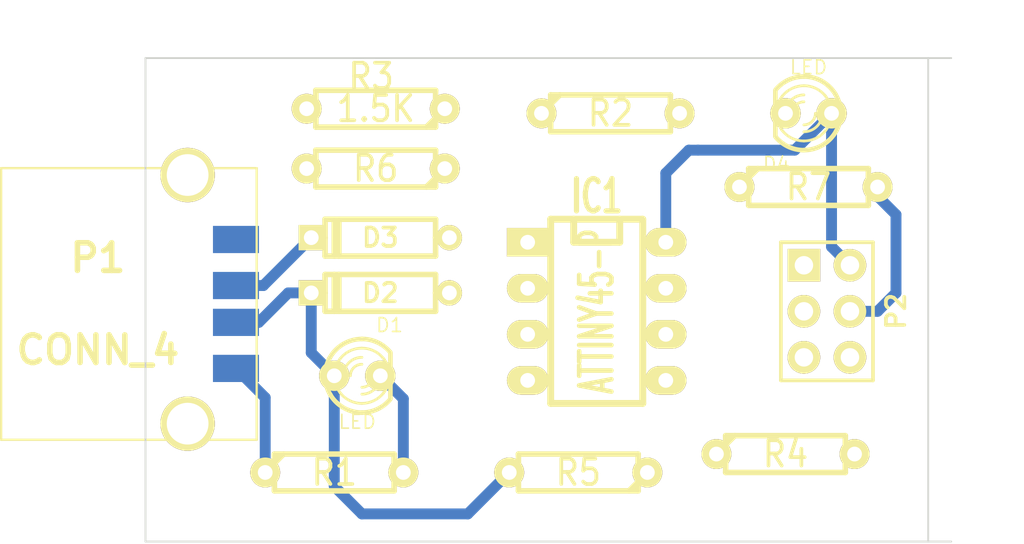
<source format=kicad_pcb>
(kicad_pcb (version 4) (host pcbnew "(2014-jul-16 BZR unknown)-product")

  (general
    (links 26)
    (no_connects 17)
    (area 113.639599 37.79 173.798572 67.360001)
    (thickness 1.6)
    (drawings 6)
    (tracks 27)
    (zones 0)
    (modules 14)
    (nets 15)
  )

  (page A4)
  (layers
    (0 F.Cu signal)
    (31 B.Cu signal)
    (32 B.Adhes user)
    (33 F.Adhes user)
    (34 B.Paste user)
    (35 F.Paste user)
    (36 B.SilkS user)
    (37 F.SilkS user)
    (38 B.Mask user)
    (39 F.Mask user)
    (40 Dwgs.User user)
    (41 Cmts.User user)
    (42 Eco1.User user)
    (43 Eco2.User user)
    (44 Edge.Cuts user)
    (45 Margin user)
    (46 B.CrtYd user)
    (47 F.CrtYd user)
    (48 B.Fab user)
    (49 F.Fab user)
  )

  (setup
    (last_trace_width 0.6)
    (trace_clearance 0.254)
    (zone_clearance 0.508)
    (zone_45_only no)
    (trace_min 0.254)
    (segment_width 0.2)
    (edge_width 0.1)
    (via_size 0.889)
    (via_drill 0.635)
    (via_min_size 0.889)
    (via_min_drill 0.508)
    (uvia_size 0.508)
    (uvia_drill 0.127)
    (uvias_allowed no)
    (uvia_min_size 0.508)
    (uvia_min_drill 0.127)
    (pcb_text_width 0.3)
    (pcb_text_size 1.5 1.5)
    (mod_edge_width 0.15)
    (mod_text_size 1 1)
    (mod_text_width 0.15)
    (pad_size 1.8 1.8)
    (pad_drill 1.016)
    (pad_to_mask_clearance 0)
    (aux_axis_origin 164.084 45.212)
    (visible_elements 7FFFFFFF)
    (pcbplotparams
      (layerselection 0x01030_80000001)
      (usegerberextensions false)
      (excludeedgelayer true)
      (linewidth 0.100000)
      (plotframeref false)
      (viasonmask false)
      (mode 1)
      (useauxorigin false)
      (hpglpennumber 1)
      (hpglpenspeed 20)
      (hpglpendiameter 15)
      (hpglpenoverlay 2)
      (psnegative false)
      (psa4output false)
      (plotreference true)
      (plotvalue true)
      (plotinvisibletext false)
      (padsonsilk false)
      (subtractmaskfromsilk false)
      (outputformat 1)
      (mirror false)
      (drillshape 0)
      (scaleselection 1)
      (outputdirectory Gerbers))
  )

  (net 0 "")
  (net 1 "Net-(D1-Pad2)")
  (net 2 GND)
  (net 3 +5V)
  (net 4 "Net-(D4-Pad2)")
  (net 5 /RST)
  (net 6 "Net-(IC1-Pad2)")
  (net 7 "Net-(IC1-Pad3)")
  (net 8 "Net-(IC1-Pad5)")
  (net 9 /MISO)
  (net 10 "Net-(IC1-Pad7)")
  (net 11 /SCK)
  (net 12 /MOSI)
  (net 13 "Net-(D1-Pad1)")
  (net 14 "Net-(D3-Pad2)")

  (net_class Default "This is the default net class."
    (clearance 0.254)
    (trace_width 0.6)
    (via_dia 0.889)
    (via_drill 0.635)
    (uvia_dia 0.508)
    (uvia_drill 0.127)
    (add_net +5V)
    (add_net /MISO)
    (add_net /MOSI)
    (add_net /RST)
    (add_net /SCK)
    (add_net GND)
    (add_net "Net-(D1-Pad1)")
    (add_net "Net-(D1-Pad2)")
    (add_net "Net-(D3-Pad2)")
    (add_net "Net-(D4-Pad2)")
    (add_net "Net-(IC1-Pad2)")
    (add_net "Net-(IC1-Pad3)")
    (add_net "Net-(IC1-Pad5)")
    (add_net "Net-(IC1-Pad7)")
  )

  (module LEDs:LED-3MM (layer F.Cu) (tedit 50ADE848) (tstamp 54518BFE)
    (at 133.604 58.166)
    (descr "LED 3mm - Lead pitch 100mil (2,54mm)")
    (tags "LED led 3mm 3MM 100mil 2,54mm")
    (path /5451426C)
    (fp_text reference D1 (at 1.778 -2.794) (layer F.SilkS)
      (effects (font (size 0.762 0.762) (thickness 0.0889)))
    )
    (fp_text value LED (at 0 2.54) (layer F.SilkS)
      (effects (font (size 0.762 0.762) (thickness 0.0889)))
    )
    (fp_line (start 1.8288 1.27) (end 1.8288 -1.27) (layer F.SilkS) (width 0.254))
    (fp_arc (start 0.254 0) (end -1.27 0) (angle 39.8) (layer F.SilkS) (width 0.1524))
    (fp_arc (start 0.254 0) (end -0.88392 1.01092) (angle 41.6) (layer F.SilkS) (width 0.1524))
    (fp_arc (start 0.254 0) (end 1.4097 -0.9906) (angle 40.6) (layer F.SilkS) (width 0.1524))
    (fp_arc (start 0.254 0) (end 1.778 0) (angle 39.8) (layer F.SilkS) (width 0.1524))
    (fp_arc (start 0.254 0) (end 0.254 -1.524) (angle 54.4) (layer F.SilkS) (width 0.1524))
    (fp_arc (start 0.254 0) (end -0.9652 -0.9144) (angle 53.1) (layer F.SilkS) (width 0.1524))
    (fp_arc (start 0.254 0) (end 1.45542 0.93472) (angle 52.1) (layer F.SilkS) (width 0.1524))
    (fp_arc (start 0.254 0) (end 0.254 1.524) (angle 52.1) (layer F.SilkS) (width 0.1524))
    (fp_arc (start 0.254 0) (end -0.381 0) (angle 90) (layer F.SilkS) (width 0.1524))
    (fp_arc (start 0.254 0) (end -0.762 0) (angle 90) (layer F.SilkS) (width 0.1524))
    (fp_arc (start 0.254 0) (end 0.889 0) (angle 90) (layer F.SilkS) (width 0.1524))
    (fp_arc (start 0.254 0) (end 1.27 0) (angle 90) (layer F.SilkS) (width 0.1524))
    (fp_arc (start 0.254 0) (end 0.254 -2.032) (angle 50.1) (layer F.SilkS) (width 0.254))
    (fp_arc (start 0.254 0) (end -1.5367 -0.95504) (angle 61.9) (layer F.SilkS) (width 0.254))
    (fp_arc (start 0.254 0) (end 1.8034 1.31064) (angle 49.7) (layer F.SilkS) (width 0.254))
    (fp_arc (start 0.254 0) (end 0.254 2.032) (angle 60.2) (layer F.SilkS) (width 0.254))
    (fp_arc (start 0.254 0) (end -1.778 0) (angle 28.3) (layer F.SilkS) (width 0.254))
    (fp_arc (start 0.254 0) (end -1.47574 1.06426) (angle 31.6) (layer F.SilkS) (width 0.254))
    (pad 1 thru_hole circle (at -1.27 0) (size 1.6764 1.6764) (drill 0.8128) (layers *.Cu *.Mask F.SilkS)
      (net 13 "Net-(D1-Pad1)"))
    (pad 2 thru_hole circle (at 1.27 0) (size 1.6764 1.6764) (drill 0.8128) (layers *.Cu *.Mask F.SilkS)
      (net 1 "Net-(D1-Pad2)"))
    (model discret/leds/led3_vertical_verde.wrl
      (at (xyz 0 0 0))
      (scale (xyz 1 1 1))
      (rotate (xyz 0 0 0))
    )
  )

  (module Discret:D3 (layer F.Cu) (tedit 200000) (tstamp 5451898D)
    (at 134.874 53.594 180)
    (descr "Diode 3 pas")
    (tags "DIODE DEV")
    (path /545131D9)
    (fp_text reference D2 (at 0 0 180) (layer F.SilkS)
      (effects (font (size 1.016 1.016) (thickness 0.2032)))
    )
    (fp_text value 3.6 (at 0 0 180) (layer F.SilkS) hide
      (effects (font (size 1.016 1.016) (thickness 0.2032)))
    )
    (fp_line (start 3.81 0) (end 3.048 0) (layer F.SilkS) (width 0.3048))
    (fp_line (start 3.048 0) (end 3.048 -1.016) (layer F.SilkS) (width 0.3048))
    (fp_line (start 3.048 -1.016) (end -3.048 -1.016) (layer F.SilkS) (width 0.3048))
    (fp_line (start -3.048 -1.016) (end -3.048 0) (layer F.SilkS) (width 0.3048))
    (fp_line (start -3.048 0) (end -3.81 0) (layer F.SilkS) (width 0.3048))
    (fp_line (start -3.048 0) (end -3.048 1.016) (layer F.SilkS) (width 0.3048))
    (fp_line (start -3.048 1.016) (end 3.048 1.016) (layer F.SilkS) (width 0.3048))
    (fp_line (start 3.048 1.016) (end 3.048 0) (layer F.SilkS) (width 0.3048))
    (fp_line (start 2.54 -1.016) (end 2.54 1.016) (layer F.SilkS) (width 0.3048))
    (fp_line (start 2.286 1.016) (end 2.286 -1.016) (layer F.SilkS) (width 0.3048))
    (pad 2 thru_hole rect (at 3.81 0 180) (size 1.397 1.397) (drill 0.8128) (layers *.Cu *.Mask F.SilkS)
      (net 13 "Net-(D1-Pad1)"))
    (pad 1 thru_hole circle (at -3.81 0 180) (size 1.397 1.397) (drill 0.8128) (layers *.Cu *.Mask F.SilkS)
      (net 2 GND))
    (model discret/diode.wrl
      (at (xyz 0 0 0))
      (scale (xyz 0.3 0.3 0.3))
      (rotate (xyz 0 0 0))
    )
  )

  (module Discret:D3 (layer F.Cu) (tedit 200000) (tstamp 54518993)
    (at 134.874 50.546 180)
    (descr "Diode 3 pas")
    (tags "DIODE DEV")
    (path /54513262)
    (fp_text reference D3 (at 0 0 180) (layer F.SilkS)
      (effects (font (size 1.016 1.016) (thickness 0.2032)))
    )
    (fp_text value 3.6 (at 0 0 180) (layer F.SilkS) hide
      (effects (font (size 1.016 1.016) (thickness 0.2032)))
    )
    (fp_line (start 3.81 0) (end 3.048 0) (layer F.SilkS) (width 0.3048))
    (fp_line (start 3.048 0) (end 3.048 -1.016) (layer F.SilkS) (width 0.3048))
    (fp_line (start 3.048 -1.016) (end -3.048 -1.016) (layer F.SilkS) (width 0.3048))
    (fp_line (start -3.048 -1.016) (end -3.048 0) (layer F.SilkS) (width 0.3048))
    (fp_line (start -3.048 0) (end -3.81 0) (layer F.SilkS) (width 0.3048))
    (fp_line (start -3.048 0) (end -3.048 1.016) (layer F.SilkS) (width 0.3048))
    (fp_line (start -3.048 1.016) (end 3.048 1.016) (layer F.SilkS) (width 0.3048))
    (fp_line (start 3.048 1.016) (end 3.048 0) (layer F.SilkS) (width 0.3048))
    (fp_line (start 2.54 -1.016) (end 2.54 1.016) (layer F.SilkS) (width 0.3048))
    (fp_line (start 2.286 1.016) (end 2.286 -1.016) (layer F.SilkS) (width 0.3048))
    (pad 2 thru_hole rect (at 3.81 0 180) (size 1.397 1.397) (drill 0.8128) (layers *.Cu *.Mask F.SilkS)
      (net 14 "Net-(D3-Pad2)"))
    (pad 1 thru_hole circle (at -3.81 0 180) (size 1.397 1.397) (drill 0.8128) (layers *.Cu *.Mask F.SilkS)
      (net 2 GND))
    (model discret/diode.wrl
      (at (xyz 0 0 0))
      (scale (xyz 0.3 0.3 0.3))
      (rotate (xyz 0 0 0))
    )
  )

  (module LEDs:LED-3MM (layer F.Cu) (tedit 50ADE848) (tstamp 54518999)
    (at 158.496 43.688 180)
    (descr "LED 3mm - Lead pitch 100mil (2,54mm)")
    (tags "LED led 3mm 3MM 100mil 2,54mm")
    (path /545141E1)
    (fp_text reference D4 (at 1.778 -2.794 180) (layer F.SilkS)
      (effects (font (size 0.762 0.762) (thickness 0.0889)))
    )
    (fp_text value LED (at 0 2.54 180) (layer F.SilkS)
      (effects (font (size 0.762 0.762) (thickness 0.0889)))
    )
    (fp_line (start 1.8288 1.27) (end 1.8288 -1.27) (layer F.SilkS) (width 0.254))
    (fp_arc (start 0.254 0) (end -1.27 0) (angle 39.8) (layer F.SilkS) (width 0.1524))
    (fp_arc (start 0.254 0) (end -0.88392 1.01092) (angle 41.6) (layer F.SilkS) (width 0.1524))
    (fp_arc (start 0.254 0) (end 1.4097 -0.9906) (angle 40.6) (layer F.SilkS) (width 0.1524))
    (fp_arc (start 0.254 0) (end 1.778 0) (angle 39.8) (layer F.SilkS) (width 0.1524))
    (fp_arc (start 0.254 0) (end 0.254 -1.524) (angle 54.4) (layer F.SilkS) (width 0.1524))
    (fp_arc (start 0.254 0) (end -0.9652 -0.9144) (angle 53.1) (layer F.SilkS) (width 0.1524))
    (fp_arc (start 0.254 0) (end 1.45542 0.93472) (angle 52.1) (layer F.SilkS) (width 0.1524))
    (fp_arc (start 0.254 0) (end 0.254 1.524) (angle 52.1) (layer F.SilkS) (width 0.1524))
    (fp_arc (start 0.254 0) (end -0.381 0) (angle 90) (layer F.SilkS) (width 0.1524))
    (fp_arc (start 0.254 0) (end -0.762 0) (angle 90) (layer F.SilkS) (width 0.1524))
    (fp_arc (start 0.254 0) (end 0.889 0) (angle 90) (layer F.SilkS) (width 0.1524))
    (fp_arc (start 0.254 0) (end 1.27 0) (angle 90) (layer F.SilkS) (width 0.1524))
    (fp_arc (start 0.254 0) (end 0.254 -2.032) (angle 50.1) (layer F.SilkS) (width 0.254))
    (fp_arc (start 0.254 0) (end -1.5367 -0.95504) (angle 61.9) (layer F.SilkS) (width 0.254))
    (fp_arc (start 0.254 0) (end 1.8034 1.31064) (angle 49.7) (layer F.SilkS) (width 0.254))
    (fp_arc (start 0.254 0) (end 0.254 2.032) (angle 60.2) (layer F.SilkS) (width 0.254))
    (fp_arc (start 0.254 0) (end -1.778 0) (angle 28.3) (layer F.SilkS) (width 0.254))
    (fp_arc (start 0.254 0) (end -1.47574 1.06426) (angle 31.6) (layer F.SilkS) (width 0.254))
    (pad 1 thru_hole circle (at -1.27 0 180) (size 1.6764 1.6764) (drill 0.8128) (layers *.Cu *.Mask F.SilkS)
      (net 3 +5V))
    (pad 2 thru_hole circle (at 1.27 0 180) (size 1.6764 1.6764) (drill 0.8128) (layers *.Cu *.Mask F.SilkS)
      (net 4 "Net-(D4-Pad2)"))
    (model discret/leds/led3_vertical_verde.wrl
      (at (xyz 0 0 0))
      (scale (xyz 1 1 1))
      (rotate (xyz 0 0 0))
    )
  )

  (module Sockets_DIP:DIP-8__300_ELL (layer F.Cu) (tedit 200000) (tstamp 54518B73)
    (at 146.812 54.61 270)
    (descr "8 pins DIL package, elliptical pads")
    (tags DIL)
    (path /54513787)
    (fp_text reference IC1 (at -6.35 0 360) (layer F.SilkS)
      (effects (font (size 1.778 1.143) (thickness 0.3048)))
    )
    (fp_text value ATTINY45-P (at 0 0 270) (layer F.SilkS)
      (effects (font (size 1.778 1.016) (thickness 0.3048)))
    )
    (fp_line (start -5.08 -1.27) (end -3.81 -1.27) (layer F.SilkS) (width 0.381))
    (fp_line (start -3.81 -1.27) (end -3.81 1.27) (layer F.SilkS) (width 0.381))
    (fp_line (start -3.81 1.27) (end -5.08 1.27) (layer F.SilkS) (width 0.381))
    (fp_line (start -5.08 -2.54) (end 5.08 -2.54) (layer F.SilkS) (width 0.381))
    (fp_line (start 5.08 -2.54) (end 5.08 2.54) (layer F.SilkS) (width 0.381))
    (fp_line (start 5.08 2.54) (end -5.08 2.54) (layer F.SilkS) (width 0.381))
    (fp_line (start -5.08 2.54) (end -5.08 -2.54) (layer F.SilkS) (width 0.381))
    (pad 1 thru_hole rect (at -3.81 3.81 270) (size 1.5748 2.286) (drill 0.8128) (layers *.Cu *.Mask F.SilkS)
      (net 5 /RST))
    (pad 2 thru_hole oval (at -1.27 3.81 270) (size 1.5748 2.286) (drill 0.8128) (layers *.Cu *.Mask F.SilkS)
      (net 6 "Net-(IC1-Pad2)"))
    (pad 3 thru_hole oval (at 1.27 3.81 270) (size 1.5748 2.286) (drill 0.8128) (layers *.Cu *.Mask F.SilkS)
      (net 7 "Net-(IC1-Pad3)"))
    (pad 4 thru_hole oval (at 3.81 3.81 270) (size 1.5748 2.286) (drill 0.8128) (layers *.Cu *.Mask F.SilkS)
      (net 2 GND))
    (pad 5 thru_hole oval (at 3.81 -3.81 270) (size 1.5748 2.286) (drill 0.8128) (layers *.Cu *.Mask F.SilkS)
      (net 8 "Net-(IC1-Pad5)"))
    (pad 6 thru_hole oval (at 1.27 -3.81 270) (size 1.5748 2.286) (drill 0.8128) (layers *.Cu *.Mask F.SilkS)
      (net 9 /MISO))
    (pad 7 thru_hole oval (at -1.27 -3.81 270) (size 1.5748 2.286) (drill 0.8128) (layers *.Cu *.Mask F.SilkS)
      (net 10 "Net-(IC1-Pad7)"))
    (pad 8 thru_hole oval (at -3.81 -3.81 270) (size 1.5748 2.286) (drill 0.8128) (layers *.Cu *.Mask F.SilkS)
      (net 3 +5V))
    (model dil/dil_8.wrl
      (at (xyz 0 0 0))
      (scale (xyz 1 1 1))
      (rotate (xyz 0 0 0))
    )
  )

  (module Connect:USB_A (layer F.Cu) (tedit 5451926C) (tstamp 54518B1D)
    (at 126.9111 54.2036 180)
    (path /5451310A)
    (fp_text reference P1 (at 7.62 2.54 180) (layer F.SilkS)
      (effects (font (thickness 0.3048)))
    )
    (fp_text value CONN_4 (at 7.62 -2.54 180) (layer F.SilkS)
      (effects (font (thickness 0.3048)))
    )
    (fp_line (start -1.143 -7.493) (end 12.954 -7.493) (layer F.SilkS) (width 0.127))
    (fp_line (start 12.954 7.493) (end -1.143 7.493) (layer F.SilkS) (width 0.127))
    (fp_line (start -1.143 -7.493) (end -1.143 7.493) (layer F.SilkS) (width 0.127))
    (fp_line (start 12.954 -7.493) (end 12.954 7.493) (layer F.SilkS) (width 0.127))
    (pad 4 smd rect (at 0 -3.556 180) (size 2.54 1.50114) (layers B.Cu F.Paste F.Mask)
      (net 2 GND))
    (pad 3 smd rect (at 0 -1.016 180) (size 2.54 1.50114) (layers B.Cu F.Paste F.Mask)
      (net 13 "Net-(D1-Pad1)"))
    (pad 2 smd rect (at 0 1.016 180) (size 2.54 1.50114) (layers B.Cu F.Paste F.Mask)
      (net 14 "Net-(D3-Pad2)"))
    (pad 1 smd rect (at 0 3.556 180) (size 2.54 1.50114) (layers B.Cu F.Paste F.Mask)
      (net 3 +5V))
    (pad 5 thru_hole circle (at 2.667 -6.604 180) (size 2.99974 2.99974) (drill 2.30124) (layers *.Cu *.Mask F.SilkS))
    (pad 6 thru_hole circle (at 2.667 7.112 180) (size 2.99974 2.99974) (drill 2.30124) (layers *.Cu *.Mask F.SilkS))
    (model Connectors/usb_a_through_hole.wrl
      (at (xyz 0 0 0))
      (scale (xyz 1 1 1))
      (rotate (xyz 0 0 0))
    )
  )

  (module Pin_Arrays:pin_array_3x2 (layer F.Cu) (tedit 54519344) (tstamp 545189B9)
    (at 159.512 54.61 270)
    (descr "Double rangee de contacts 2 x 4 pins")
    (tags CONN)
    (path /545146F0)
    (fp_text reference P2 (at 0 -3.81 270) (layer F.SilkS)
      (effects (font (size 1.016 1.016) (thickness 0.2032)))
    )
    (fp_text value CONN_3X2 (at 0 3.81 270) (layer F.SilkS) hide
      (effects (font (size 1.016 1.016) (thickness 0.2032)))
    )
    (fp_line (start 3.81 2.54) (end -3.81 2.54) (layer F.SilkS) (width 0.2032))
    (fp_line (start -3.81 -2.54) (end 3.81 -2.54) (layer F.SilkS) (width 0.2032))
    (fp_line (start 3.81 -2.54) (end 3.81 2.54) (layer F.SilkS) (width 0.2032))
    (fp_line (start -3.81 2.54) (end -3.81 -2.54) (layer F.SilkS) (width 0.2032))
    (pad 1 thru_hole rect (at -2.54 1.27 270) (size 1.8 1.8) (drill 1.016) (layers *.Cu *.Mask F.SilkS)
      (net 9 /MISO))
    (pad 2 thru_hole circle (at -2.54 -1.27 270) (size 1.8 1.8) (drill 1.016) (layers *.Cu *.Mask F.SilkS)
      (net 3 +5V))
    (pad 3 thru_hole circle (at 0 1.27 270) (size 1.8 1.8) (drill 1.016) (layers *.Cu *.Mask F.SilkS)
      (net 11 /SCK))
    (pad 4 thru_hole circle (at 0 -1.27 270) (size 1.8 1.8) (drill 1.016) (layers *.Cu *.Mask F.SilkS)
      (net 12 /MOSI))
    (pad e thru_hole circle (at 2.54 1.27 270) (size 1.8 1.8) (drill 1.016) (layers *.Cu *.Mask F.SilkS)
      (net 5 /RST))
    (pad 6 thru_hole circle (at 2.54 -1.27 270) (size 1.8 1.8) (drill 1.016) (layers *.Cu *.Mask F.SilkS)
      (net 2 GND))
    (model pin_array/pins_array_3x2.wrl
      (at (xyz 0 0 0))
      (scale (xyz 1 1 1))
      (rotate (xyz 0 0 0))
    )
  )

  (module Discret:R3-LARGE_PADS (layer F.Cu) (tedit 47E26765) (tstamp 545189BF)
    (at 132.334 63.5)
    (descr "Resitance 3 pas")
    (tags R)
    (path /54514157)
    (autoplace_cost180 10)
    (fp_text reference R1 (at 0 0) (layer F.SilkS)
      (effects (font (size 1.397 1.27) (thickness 0.2032)))
    )
    (fp_text value 330 (at 0 0) (layer F.SilkS) hide
      (effects (font (size 1.397 1.27) (thickness 0.2032)))
    )
    (fp_line (start -3.81 0) (end -3.302 0) (layer F.SilkS) (width 0.3048))
    (fp_line (start 3.81 0) (end 3.302 0) (layer F.SilkS) (width 0.3048))
    (fp_line (start 3.302 0) (end 3.302 -1.016) (layer F.SilkS) (width 0.3048))
    (fp_line (start 3.302 -1.016) (end -3.302 -1.016) (layer F.SilkS) (width 0.3048))
    (fp_line (start -3.302 -1.016) (end -3.302 1.016) (layer F.SilkS) (width 0.3048))
    (fp_line (start -3.302 1.016) (end 3.302 1.016) (layer F.SilkS) (width 0.3048))
    (fp_line (start 3.302 1.016) (end 3.302 0) (layer F.SilkS) (width 0.3048))
    (fp_line (start -3.302 -0.508) (end -2.794 -1.016) (layer F.SilkS) (width 0.3048))
    (pad 1 thru_hole circle (at -3.81 0) (size 1.651 1.651) (drill 0.8128) (layers *.Cu *.Mask F.SilkS)
      (net 2 GND))
    (pad 2 thru_hole circle (at 3.81 0) (size 1.651 1.651) (drill 0.8128) (layers *.Cu *.Mask F.SilkS)
      (net 1 "Net-(D1-Pad2)"))
    (model discret/resistor.wrl
      (at (xyz 0 0 0))
      (scale (xyz 0.3 0.3 0.3))
      (rotate (xyz 0 0 0))
    )
  )

  (module Discret:R3-LARGE_PADS (layer F.Cu) (tedit 47E26765) (tstamp 545189C5)
    (at 147.574 43.688)
    (descr "Resitance 3 pas")
    (tags R)
    (path /54514118)
    (autoplace_cost180 10)
    (fp_text reference R2 (at 0 0) (layer F.SilkS)
      (effects (font (size 1.397 1.27) (thickness 0.2032)))
    )
    (fp_text value 220 (at 0 0) (layer F.SilkS) hide
      (effects (font (size 1.397 1.27) (thickness 0.2032)))
    )
    (fp_line (start -3.81 0) (end -3.302 0) (layer F.SilkS) (width 0.3048))
    (fp_line (start 3.81 0) (end 3.302 0) (layer F.SilkS) (width 0.3048))
    (fp_line (start 3.302 0) (end 3.302 -1.016) (layer F.SilkS) (width 0.3048))
    (fp_line (start 3.302 -1.016) (end -3.302 -1.016) (layer F.SilkS) (width 0.3048))
    (fp_line (start -3.302 -1.016) (end -3.302 1.016) (layer F.SilkS) (width 0.3048))
    (fp_line (start -3.302 1.016) (end 3.302 1.016) (layer F.SilkS) (width 0.3048))
    (fp_line (start 3.302 1.016) (end 3.302 0) (layer F.SilkS) (width 0.3048))
    (fp_line (start -3.302 -0.508) (end -2.794 -1.016) (layer F.SilkS) (width 0.3048))
    (pad 1 thru_hole circle (at -3.81 0) (size 1.651 1.651) (drill 0.8128) (layers *.Cu *.Mask F.SilkS)
      (net 2 GND))
    (pad 2 thru_hole circle (at 3.81 0) (size 1.651 1.651) (drill 0.8128) (layers *.Cu *.Mask F.SilkS)
      (net 4 "Net-(D4-Pad2)"))
    (model discret/resistor.wrl
      (at (xyz 0 0 0))
      (scale (xyz 0.3 0.3 0.3))
      (rotate (xyz 0 0 0))
    )
  )

  (module Discret:R3-LARGE_PADS (layer F.Cu) (tedit 5453FDF2) (tstamp 5453FC02)
    (at 134.62 43.434 180)
    (descr "Resitance 3 pas")
    (tags R)
    (path /54514049)
    (autoplace_cost180 10)
    (fp_text reference R3 (at 0.254 1.778 180) (layer F.SilkS)
      (effects (font (size 1.397 1.27) (thickness 0.2032)))
    )
    (fp_text value 1.5K (at 0 0 180) (layer F.SilkS)
      (effects (font (size 1.397 1.27) (thickness 0.2032)))
    )
    (fp_line (start -3.81 0) (end -3.302 0) (layer F.SilkS) (width 0.3048))
    (fp_line (start 3.81 0) (end 3.302 0) (layer F.SilkS) (width 0.3048))
    (fp_line (start 3.302 0) (end 3.302 -1.016) (layer F.SilkS) (width 0.3048))
    (fp_line (start 3.302 -1.016) (end -3.302 -1.016) (layer F.SilkS) (width 0.3048))
    (fp_line (start -3.302 -1.016) (end -3.302 1.016) (layer F.SilkS) (width 0.3048))
    (fp_line (start -3.302 1.016) (end 3.302 1.016) (layer F.SilkS) (width 0.3048))
    (fp_line (start 3.302 1.016) (end 3.302 0) (layer F.SilkS) (width 0.3048))
    (fp_line (start -3.302 -0.508) (end -2.794 -1.016) (layer F.SilkS) (width 0.3048))
    (pad 1 thru_hole circle (at -3.81 0 180) (size 1.651 1.651) (drill 0.8128) (layers *.Cu *.Mask F.SilkS)
      (net 3 +5V))
    (pad 2 thru_hole circle (at 3.81 0 180) (size 1.651 1.651) (drill 0.8128) (layers *.Cu *.Mask F.SilkS)
      (net 14 "Net-(D3-Pad2)"))
    (model discret/resistor.wrl
      (at (xyz 0 0 0))
      (scale (xyz 0.3 0.3 0.3))
      (rotate (xyz 0 0 0))
    )
  )

  (module Discret:R3-LARGE_PADS (layer F.Cu) (tedit 47E26765) (tstamp 545189D1)
    (at 157.226 62.484)
    (descr "Resitance 3 pas")
    (tags R)
    (path /54513858)
    (autoplace_cost180 10)
    (fp_text reference R4 (at 0 0) (layer F.SilkS)
      (effects (font (size 1.397 1.27) (thickness 0.2032)))
    )
    (fp_text value 1.5K (at 0 0) (layer F.SilkS) hide
      (effects (font (size 1.397 1.27) (thickness 0.2032)))
    )
    (fp_line (start -3.81 0) (end -3.302 0) (layer F.SilkS) (width 0.3048))
    (fp_line (start 3.81 0) (end 3.302 0) (layer F.SilkS) (width 0.3048))
    (fp_line (start 3.302 0) (end 3.302 -1.016) (layer F.SilkS) (width 0.3048))
    (fp_line (start 3.302 -1.016) (end -3.302 -1.016) (layer F.SilkS) (width 0.3048))
    (fp_line (start -3.302 -1.016) (end -3.302 1.016) (layer F.SilkS) (width 0.3048))
    (fp_line (start -3.302 1.016) (end 3.302 1.016) (layer F.SilkS) (width 0.3048))
    (fp_line (start 3.302 1.016) (end 3.302 0) (layer F.SilkS) (width 0.3048))
    (fp_line (start -3.302 -0.508) (end -2.794 -1.016) (layer F.SilkS) (width 0.3048))
    (pad 1 thru_hole circle (at -3.81 0) (size 1.651 1.651) (drill 0.8128) (layers *.Cu *.Mask F.SilkS)
      (net 10 "Net-(IC1-Pad7)"))
    (pad 2 thru_hole circle (at 3.81 0) (size 1.651 1.651) (drill 0.8128) (layers *.Cu *.Mask F.SilkS)
      (net 11 /SCK))
    (model discret/resistor.wrl
      (at (xyz 0 0 0))
      (scale (xyz 0.3 0.3 0.3))
      (rotate (xyz 0 0 0))
    )
  )

  (module Discret:R3-LARGE_PADS (layer F.Cu) (tedit 47E26765) (tstamp 545189D7)
    (at 145.796 63.5 180)
    (descr "Resitance 3 pas")
    (tags R)
    (path /545132D9)
    (autoplace_cost180 10)
    (fp_text reference R5 (at 0 0 180) (layer F.SilkS)
      (effects (font (size 1.397 1.27) (thickness 0.2032)))
    )
    (fp_text value 27 (at 0 0 180) (layer F.SilkS) hide
      (effects (font (size 1.397 1.27) (thickness 0.2032)))
    )
    (fp_line (start -3.81 0) (end -3.302 0) (layer F.SilkS) (width 0.3048))
    (fp_line (start 3.81 0) (end 3.302 0) (layer F.SilkS) (width 0.3048))
    (fp_line (start 3.302 0) (end 3.302 -1.016) (layer F.SilkS) (width 0.3048))
    (fp_line (start 3.302 -1.016) (end -3.302 -1.016) (layer F.SilkS) (width 0.3048))
    (fp_line (start -3.302 -1.016) (end -3.302 1.016) (layer F.SilkS) (width 0.3048))
    (fp_line (start -3.302 1.016) (end 3.302 1.016) (layer F.SilkS) (width 0.3048))
    (fp_line (start 3.302 1.016) (end 3.302 0) (layer F.SilkS) (width 0.3048))
    (fp_line (start -3.302 -0.508) (end -2.794 -1.016) (layer F.SilkS) (width 0.3048))
    (pad 1 thru_hole circle (at -3.81 0 180) (size 1.651 1.651) (drill 0.8128) (layers *.Cu *.Mask F.SilkS)
      (net 6 "Net-(IC1-Pad2)"))
    (pad 2 thru_hole circle (at 3.81 0 180) (size 1.651 1.651) (drill 0.8128) (layers *.Cu *.Mask F.SilkS)
      (net 13 "Net-(D1-Pad1)"))
    (model discret/resistor.wrl
      (at (xyz 0 0 0))
      (scale (xyz 0.3 0.3 0.3))
      (rotate (xyz 0 0 0))
    )
  )

  (module Discret:R3-LARGE_PADS (layer F.Cu) (tedit 47E26765) (tstamp 54518E27)
    (at 134.62 46.736 180)
    (descr "Resitance 3 pas")
    (tags R)
    (path /54513388)
    (autoplace_cost180 10)
    (fp_text reference R6 (at 0 0 180) (layer F.SilkS)
      (effects (font (size 1.397 1.27) (thickness 0.2032)))
    )
    (fp_text value 27 (at 0 0 180) (layer F.SilkS) hide
      (effects (font (size 1.397 1.27) (thickness 0.2032)))
    )
    (fp_line (start -3.81 0) (end -3.302 0) (layer F.SilkS) (width 0.3048))
    (fp_line (start 3.81 0) (end 3.302 0) (layer F.SilkS) (width 0.3048))
    (fp_line (start 3.302 0) (end 3.302 -1.016) (layer F.SilkS) (width 0.3048))
    (fp_line (start 3.302 -1.016) (end -3.302 -1.016) (layer F.SilkS) (width 0.3048))
    (fp_line (start -3.302 -1.016) (end -3.302 1.016) (layer F.SilkS) (width 0.3048))
    (fp_line (start -3.302 1.016) (end 3.302 1.016) (layer F.SilkS) (width 0.3048))
    (fp_line (start 3.302 1.016) (end 3.302 0) (layer F.SilkS) (width 0.3048))
    (fp_line (start -3.302 -0.508) (end -2.794 -1.016) (layer F.SilkS) (width 0.3048))
    (pad 1 thru_hole circle (at -3.81 0 180) (size 1.651 1.651) (drill 0.8128) (layers *.Cu *.Mask F.SilkS)
      (net 7 "Net-(IC1-Pad3)"))
    (pad 2 thru_hole circle (at 3.81 0 180) (size 1.651 1.651) (drill 0.8128) (layers *.Cu *.Mask F.SilkS)
      (net 14 "Net-(D3-Pad2)"))
    (model discret/resistor.wrl
      (at (xyz 0 0 0))
      (scale (xyz 0.3 0.3 0.3))
      (rotate (xyz 0 0 0))
    )
  )

  (module Discret:R3-LARGE_PADS (layer F.Cu) (tedit 47E26765) (tstamp 545189E3)
    (at 158.496 47.752)
    (descr "Resitance 3 pas")
    (tags R)
    (path /545138B3)
    (autoplace_cost180 10)
    (fp_text reference R7 (at 0 0) (layer F.SilkS)
      (effects (font (size 1.397 1.27) (thickness 0.2032)))
    )
    (fp_text value 1.5K (at 0 0) (layer F.SilkS) hide
      (effects (font (size 1.397 1.27) (thickness 0.2032)))
    )
    (fp_line (start -3.81 0) (end -3.302 0) (layer F.SilkS) (width 0.3048))
    (fp_line (start 3.81 0) (end 3.302 0) (layer F.SilkS) (width 0.3048))
    (fp_line (start 3.302 0) (end 3.302 -1.016) (layer F.SilkS) (width 0.3048))
    (fp_line (start 3.302 -1.016) (end -3.302 -1.016) (layer F.SilkS) (width 0.3048))
    (fp_line (start -3.302 -1.016) (end -3.302 1.016) (layer F.SilkS) (width 0.3048))
    (fp_line (start -3.302 1.016) (end 3.302 1.016) (layer F.SilkS) (width 0.3048))
    (fp_line (start 3.302 1.016) (end 3.302 0) (layer F.SilkS) (width 0.3048))
    (fp_line (start -3.302 -0.508) (end -2.794 -1.016) (layer F.SilkS) (width 0.3048))
    (pad 1 thru_hole circle (at -3.81 0) (size 1.651 1.651) (drill 0.8128) (layers *.Cu *.Mask F.SilkS)
      (net 8 "Net-(IC1-Pad5)"))
    (pad 2 thru_hole circle (at 3.81 0) (size 1.651 1.651) (drill 0.8128) (layers *.Cu *.Mask F.SilkS)
      (net 12 /MOSI))
    (model discret/resistor.wrl
      (at (xyz 0 0 0))
      (scale (xyz 0.3 0.3 0.3))
      (rotate (xyz 0 0 0))
    )
  )

  (gr_line (start 121.92 67.31) (end 121.92 40.64) (angle 90) (layer Edge.Cuts) (width 0.1))
  (gr_line (start 166.37 67.31) (end 121.92 67.31) (angle 90) (layer Edge.Cuts) (width 0.1))
  (gr_line (start 165.1 40.64) (end 165.1 67.31) (angle 90) (layer Edge.Cuts) (width 0.1))
  (gr_line (start 121.92 40.64) (end 166.37 40.64) (angle 90) (layer Edge.Cuts) (width 0.1))
  (dimension 26.67 (width 0.3) (layer Eco2.User)
    (gr_text 26,670mm (at 167.72 53.975 270) (layer Eco2.User)
      (effects (font (size 1.5 1.5) (thickness 0.3)))
    )
    (feature1 (pts (xy 163.83 67.31) (xy 169.07 67.31)))
    (feature2 (pts (xy 163.83 40.64) (xy 169.07 40.64)))
    (crossbar (pts (xy 166.37 40.64) (xy 166.37 67.31)))
    (arrow1a (pts (xy 166.37 67.31) (xy 165.783579 66.183496)))
    (arrow1b (pts (xy 166.37 67.31) (xy 166.956421 66.183496)))
    (arrow2a (pts (xy 166.37 40.64) (xy 165.783579 41.766504)))
    (arrow2b (pts (xy 166.37 40.64) (xy 166.956421 41.766504)))
  )
  (dimension 43.18 (width 0.3) (layer Eco2.User)
    (gr_text 43,180mm (at 143.51 39.29) (layer Eco2.User)
      (effects (font (size 1.5 1.5) (thickness 0.3)))
    )
    (feature1 (pts (xy 165.1 46.99) (xy 165.1 37.94)))
    (feature2 (pts (xy 121.92 46.99) (xy 121.92 37.94)))
    (crossbar (pts (xy 121.92 40.64) (xy 165.1 40.64)))
    (arrow1a (pts (xy 165.1 40.64) (xy 163.973496 41.226421)))
    (arrow1b (pts (xy 165.1 40.64) (xy 163.973496 40.053579)))
    (arrow2a (pts (xy 121.92 40.64) (xy 123.046504 41.226421)))
    (arrow2b (pts (xy 121.92 40.64) (xy 123.046504 40.053579)))
  )

  (segment (start 136.144 59.436) (end 134.874 58.166) (width 0.6) (layer B.Cu) (net 1) (tstamp 545195EE))
  (segment (start 136.144 63.5) (end 136.144 59.436) (width 0.6) (layer B.Cu) (net 1))
  (segment (start 128.524 59.3725) (end 126.9111 57.7596) (width 0.6) (layer B.Cu) (net 2) (tstamp 545195F3))
  (segment (start 128.524 63.5) (end 128.524 59.3725) (width 0.6) (layer B.Cu) (net 2))
  (segment (start 159.766 43.688) (end 157.734 45.72) (width 0.6) (layer B.Cu) (net 3))
  (segment (start 157.734 45.72) (end 152.4 45.72) (width 0.6) (layer B.Cu) (net 3) (tstamp 545196BE))
  (segment (start 152.4 45.72) (end 151.892 45.72) (width 0.6) (layer B.Cu) (net 3) (tstamp 545196D3))
  (segment (start 151.892 45.72) (end 150.622 46.99) (width 0.6) (layer B.Cu) (net 3) (tstamp 545196DD))
  (segment (start 150.622 46.99) (end 150.622 50.8) (width 0.6) (layer B.Cu) (net 3) (tstamp 545196E0))
  (segment (start 160.782 52.07) (end 159.766 51.054) (width 0.6) (layer B.Cu) (net 3))
  (segment (start 159.766 51.054) (end 159.766 43.688) (width 0.6) (layer B.Cu) (net 3) (tstamp 545196A7))
  (segment (start 162.306 47.752) (end 162.306 48.26) (width 0.6) (layer B.Cu) (net 12))
  (segment (start 162.306 48.26) (end 163.322 49.276) (width 0.6) (layer B.Cu) (net 12) (tstamp 5451968D))
  (segment (start 163.322 49.276) (end 163.322 53.594) (width 0.6) (layer B.Cu) (net 12) (tstamp 54519694))
  (segment (start 163.322 53.594) (end 162.306 54.61) (width 0.6) (layer B.Cu) (net 12) (tstamp 5451969D))
  (segment (start 162.306 54.61) (end 160.782 54.61) (width 0.6) (layer B.Cu) (net 12) (tstamp 545196A0))
  (segment (start 129.794 53.594) (end 131.064 53.594) (width 0.6) (layer B.Cu) (net 13) (tstamp 5451940A))
  (segment (start 128.1684 55.2196) (end 129.794 53.594) (width 0.6) (layer B.Cu) (net 13) (tstamp 545193FF))
  (segment (start 126.9111 55.2196) (end 128.1684 55.2196) (width 0.6) (layer B.Cu) (net 13))
  (segment (start 131.064 56.896) (end 132.334 58.166) (width 0.6) (layer B.Cu) (net 13) (tstamp 54519411))
  (segment (start 131.064 53.594) (end 131.064 56.896) (width 0.6) (layer B.Cu) (net 13))
  (segment (start 132.334 64.262) (end 133.858 65.786) (width 0.6) (layer B.Cu) (net 13) (tstamp 545195DA))
  (segment (start 133.858 65.786) (end 139.7 65.786) (width 0.6) (layer B.Cu) (net 13) (tstamp 545195E3))
  (segment (start 139.7 65.786) (end 141.986 63.5) (width 0.6) (layer B.Cu) (net 13) (tstamp 545195E6))
  (segment (start 132.334 58.166) (end 132.334 64.262) (width 0.6) (layer B.Cu) (net 13))
  (segment (start 128.4224 53.1876) (end 131.064 50.546) (width 0.6) (layer B.Cu) (net 14) (tstamp 54519394))
  (segment (start 126.9111 53.1876) (end 128.4224 53.1876) (width 0.6) (layer B.Cu) (net 14))

)

</source>
